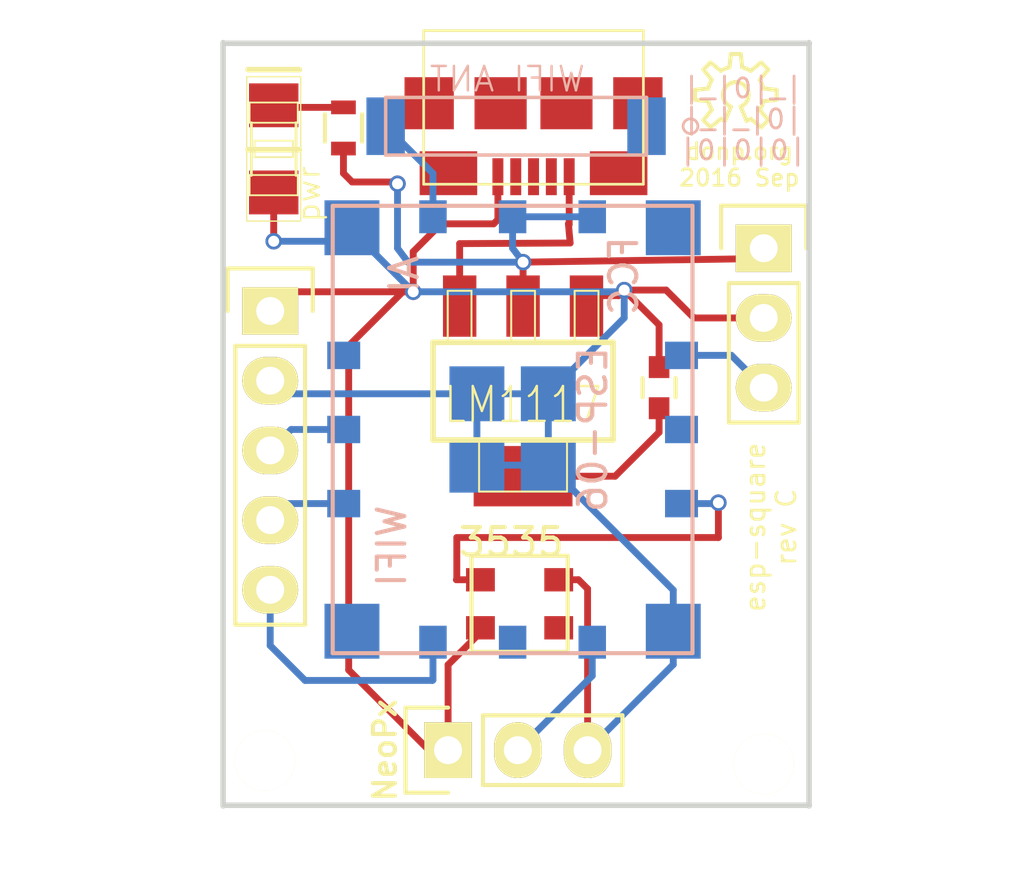
<source format=kicad_pcb>
(kicad_pcb (version 20171130) (host pcbnew 5.0.2-bee76a0~70~ubuntu18.04.1)

  (general
    (thickness 1.6)
    (drawings 7)
    (tracks 99)
    (zones 0)
    (modules 14)
    (nets 1)
  )

  (page A4)
  (layers
    (0 F.Cu signal)
    (31 B.Cu signal)
    (32 B.Adhes user)
    (33 F.Adhes user)
    (34 B.Paste user)
    (35 F.Paste user)
    (36 B.SilkS user)
    (37 F.SilkS user)
    (38 B.Mask user)
    (39 F.Mask user)
    (40 Dwgs.User user)
    (41 Cmts.User user)
    (42 Eco1.User user)
    (43 Eco2.User user)
    (44 Edge.Cuts user)
    (45 Margin user)
    (46 B.CrtYd user)
    (47 F.CrtYd user)
    (48 B.Fab user)
    (49 F.Fab user)
  )

  (setup
    (last_trace_width 0.25)
    (trace_clearance 0.2)
    (zone_clearance 0.508)
    (zone_45_only no)
    (trace_min 0.2)
    (segment_width 0.2)
    (edge_width 0.2)
    (via_size 0.6)
    (via_drill 0.4)
    (via_min_size 0.4)
    (via_min_drill 0.3)
    (uvia_size 0.3)
    (uvia_drill 0.1)
    (uvias_allowed no)
    (uvia_min_size 0.2)
    (uvia_min_drill 0.1)
    (pcb_text_width 0.3)
    (pcb_text_size 1.5 1.5)
    (mod_edge_width 0.15)
    (mod_text_size 1 1)
    (mod_text_width 0.15)
    (pad_size 3.59918 2.19964)
    (pad_drill 0)
    (pad_to_mask_clearance 0.2)
    (solder_mask_min_width 0.25)
    (aux_axis_origin 0 0)
    (visible_elements FFFFFF7F)
    (pcbplotparams
      (layerselection 0x010f0_ffffffff)
      (usegerberextensions true)
      (usegerberattributes false)
      (usegerberadvancedattributes false)
      (creategerberjobfile false)
      (excludeedgelayer true)
      (linewidth 0.100000)
      (plotframeref false)
      (viasonmask false)
      (mode 1)
      (useauxorigin false)
      (hpglpennumber 1)
      (hpglpenspeed 20)
      (hpglpendiameter 15.000000)
      (psnegative false)
      (psa4output false)
      (plotreference true)
      (plotvalue true)
      (plotinvisibletext false)
      (padsonsilk false)
      (subtractmaskfromsilk false)
      (outputformat 1)
      (mirror false)
      (drillshape 0)
      (scaleselection 1)
      (outputdirectory "/home/donp/osh/espsquare"))
  )

  (net 0 "")

  (net_class Default "This is the default net class."
    (clearance 0.2)
    (trace_width 0.25)
    (via_dia 0.6)
    (via_drill 0.4)
    (uvia_dia 0.3)
    (uvia_drill 0.1)
  )

  (module Mounting_Holes:MountingHole_2.2mm_M2 (layer F.Cu) (tedit 57BC20FF) (tstamp 57BE41FB)
    (at 133.477 64.135)
    (descr "Mounting Hole 2.2mm, no annular, M2")
    (tags "mounting hole 2.2mm no annular m2")
    (fp_text reference "" (at 0 -3.2) (layer F.SilkS)
      (effects (font (size 1 1) (thickness 0.15)))
    )
    (fp_text value MountingHole_2.2mm_M2 (at 0 3.2) (layer F.Fab)
      (effects (font (size 1 1) (thickness 0.15)))
    )
    (fp_circle (center 0 0) (end 2.2 0) (layer Cmts.User) (width 0.15))
    (fp_circle (center 0 0) (end 2.45 0) (layer F.CrtYd) (width 0.05))
    (pad 1 np_thru_hole circle (at 0 0) (size 2.2 2.2) (drill 2.2) (layers *.Cu *.Mask F.SilkS))
  )

  (module Pin_Headers:Pin_Header_Straight_1x03 (layer F.Cu) (tedit 57B8E39A) (tstamp 57BC01B3)
    (at 151.638 45.466)
    (descr "Through hole pin header")
    (tags "pin header")
    (fp_text reference "" (at 0 -2.3) (layer F.SilkS)
      (effects (font (size 0.8 0.9) (thickness 0.15)))
    )
    (fp_text value Pin_Header_Straight_1x03 (at 0 -3.1) (layer F.Fab) hide
      (effects (font (size 1 1) (thickness 0.15)))
    )
    (fp_line (start -1.75 -1.75) (end -1.75 6.85) (layer F.CrtYd) (width 0.05))
    (fp_line (start 1.75 -1.75) (end 1.75 6.85) (layer F.CrtYd) (width 0.05))
    (fp_line (start -1.75 -1.75) (end 1.75 -1.75) (layer F.CrtYd) (width 0.05))
    (fp_line (start -1.75 6.85) (end 1.75 6.85) (layer F.CrtYd) (width 0.05))
    (fp_line (start -1.27 1.27) (end -1.27 6.35) (layer F.SilkS) (width 0.15))
    (fp_line (start -1.27 6.35) (end 1.27 6.35) (layer F.SilkS) (width 0.15))
    (fp_line (start 1.27 6.35) (end 1.27 1.27) (layer F.SilkS) (width 0.15))
    (fp_line (start 1.55 -1.55) (end 1.55 0) (layer F.SilkS) (width 0.15))
    (fp_line (start 1.27 1.27) (end -1.27 1.27) (layer F.SilkS) (width 0.15))
    (fp_line (start -1.55 0) (end -1.55 -1.55) (layer F.SilkS) (width 0.15))
    (fp_line (start -1.55 -1.55) (end 1.55 -1.55) (layer F.SilkS) (width 0.15))
    (pad 1 thru_hole rect (at 0 0) (size 2.032 1.7272) (drill 1.016) (layers *.Cu *.Mask F.SilkS))
    (pad 2 thru_hole oval (at 0 2.54) (size 2.032 1.7272) (drill 1.016) (layers *.Cu *.Mask F.SilkS))
    (pad 3 thru_hole oval (at 0 5.08) (size 2.032 1.7272) (drill 1.016) (layers *.Cu *.Mask F.SilkS))
    (model Pin_Headers.3dshapes/Pin_Header_Straight_1x03.wrl
      (offset (xyz 0 -2.539999961853027 0))
      (scale (xyz 1 1 1))
      (rotate (xyz 0 0 90))
    )
    (model Pin_Headers.3dshapes/Pin_Header_Straight_1x03.wrl
      (offset (xyz 0 -2.539999961853027 0))
      (scale (xyz 1 1 1))
      (rotate (xyz 0 0 90))
    )
    (model Pin_Headers.3dshapes/Pin_Header_Straight_1x03.wrl
      (offset (xyz 0 -2.539999961853027 0))
      (scale (xyz 1 1 1))
      (rotate (xyz 0 0 90))
    )
    (model Pin_Headers.3dshapes/Pin_Header_Straight_1x03.wrl
      (offset (xyz 0 -2.539999961853027 0))
      (scale (xyz 1 1 1))
      (rotate (xyz 0 0 90))
    )
  )

  (module aalay:aalay-LED1206 (layer F.Cu) (tedit 57B713D9) (tstamp 56F9A37D)
    (at 133.7945 41.8465 90)
    (attr smd)
    (fp_text reference pwr (at -1.651 1.27 90) (layer F.SilkS)
      (effects (font (size 0.8 0.8) (thickness 0.0889)))
    )
    (fp_text value >VALUE (at 0.508 2.032 90) (layer B.SilkS) hide
      (effects (font (size 1.016 1.016) (thickness 0.0889)) (justify mirror))
    )
    (fp_line (start -1.6891 0.8763) (end -0.9525 0.8763) (layer F.SilkS) (width 0.06604))
    (fp_line (start -0.9525 0.8763) (end -0.9525 -0.8763) (layer F.SilkS) (width 0.06604))
    (fp_line (start -1.6891 -0.8763) (end -0.9525 -0.8763) (layer F.SilkS) (width 0.06604))
    (fp_line (start -1.6891 0.8763) (end -1.6891 -0.8763) (layer F.SilkS) (width 0.06604))
    (fp_line (start 0.9525 0.8763) (end 1.6891 0.8763) (layer F.SilkS) (width 0.06604))
    (fp_line (start 1.6891 0.8763) (end 1.6891 -0.8763) (layer F.SilkS) (width 0.06604))
    (fp_line (start 0.9525 -0.8763) (end 1.6891 -0.8763) (layer F.SilkS) (width 0.06604))
    (fp_line (start 0.9525 0.8763) (end 0.9525 -0.8763) (layer F.SilkS) (width 0.06604))
    (fp_line (start -0.29972 0.6985) (end 0.29972 0.6985) (layer F.SilkS) (width 0.06604))
    (fp_line (start 0.29972 0.6985) (end 0.29972 -0.6985) (layer F.SilkS) (width 0.06604))
    (fp_line (start -0.29972 -0.6985) (end 0.29972 -0.6985) (layer F.SilkS) (width 0.06604))
    (fp_line (start -0.29972 0.6985) (end -0.29972 -0.6985) (layer F.SilkS) (width 0.06604))
    (fp_line (start 0.9525 0.8128) (end -0.9652 0.8128) (layer F.SilkS) (width 0.1016))
    (fp_line (start 0.9525 -0.8128) (end -0.9652 -0.8128) (layer F.SilkS) (width 0.1016))
    (fp_line (start -2.63144 -0.98298) (end 2.63144 -0.98298) (layer F.SilkS) (width 0.0508))
    (fp_line (start 2.63144 -0.98298) (end 2.63144 0.98298) (layer F.SilkS) (width 0.0508))
    (fp_line (start 2.63144 0.98298) (end -2.63144 0.98298) (layer F.SilkS) (width 0.0508))
    (fp_line (start -2.63144 0.98298) (end -2.63144 -0.98298) (layer F.SilkS) (width 0.0508))
    (fp_line (start -0.03048 0.93472) (end -0.03048 -0.93472) (layer F.SilkS) (width 0.2032))
    (fp_line (start 2.88798 0.93472) (end 2.88798 -0.93472) (layer F.SilkS) (width 0.2032))
    (pad A smd rect (at -1.5875 0 90) (size 1.59766 1.80086) (layers F.Cu F.Paste F.Mask))
    (pad K smd rect (at 1.5875 0 90) (size 1.59766 1.80086) (layers F.Cu F.Paste F.Mask))
  )

  (module Pin_Headers:Pin_Header_Straight_1x03 (layer F.Cu) (tedit 57B8E513) (tstamp 56F7230E)
    (at 140.1445 63.754 90)
    (descr "Through hole pin header")
    (tags "pin header")
    (fp_text reference NeoPx (at 0 -2.3 90) (layer F.SilkS)
      (effects (font (size 0.8 0.8) (thickness 0.15)))
    )
    (fp_text value Pin_Header_Straight_1x03 (at 0 -3.1 90) (layer F.Fab) hide
      (effects (font (size 1 1) (thickness 0.15)))
    )
    (fp_line (start -1.75 -1.75) (end -1.75 6.85) (layer F.CrtYd) (width 0.05))
    (fp_line (start 1.75 -1.75) (end 1.75 6.85) (layer F.CrtYd) (width 0.05))
    (fp_line (start -1.75 -1.75) (end 1.75 -1.75) (layer F.CrtYd) (width 0.05))
    (fp_line (start -1.75 6.85) (end 1.75 6.85) (layer F.CrtYd) (width 0.05))
    (fp_line (start -1.27 1.27) (end -1.27 6.35) (layer F.SilkS) (width 0.15))
    (fp_line (start -1.27 6.35) (end 1.27 6.35) (layer F.SilkS) (width 0.15))
    (fp_line (start 1.27 6.35) (end 1.27 1.27) (layer F.SilkS) (width 0.15))
    (fp_line (start 1.55 -1.55) (end 1.55 0) (layer F.SilkS) (width 0.15))
    (fp_line (start 1.27 1.27) (end -1.27 1.27) (layer F.SilkS) (width 0.15))
    (fp_line (start -1.55 0) (end -1.55 -1.55) (layer F.SilkS) (width 0.15))
    (fp_line (start -1.55 -1.55) (end 1.55 -1.55) (layer F.SilkS) (width 0.15))
    (pad 1 thru_hole rect (at 0 0 90) (size 2.032 1.7272) (drill 1.016) (layers *.Cu *.Mask F.SilkS))
    (pad 2 thru_hole oval (at 0 2.54 90) (size 2.032 1.7272) (drill 1.016) (layers *.Cu *.Mask F.SilkS))
    (pad 3 thru_hole oval (at 0 5.08 90) (size 2.032 1.7272) (drill 1.016) (layers *.Cu *.Mask F.SilkS))
    (model Pin_Headers.3dshapes/Pin_Header_Straight_1x03.wrl
      (offset (xyz 0 -2.539999961853027 0))
      (scale (xyz 1 1 1))
      (rotate (xyz 0 0 90))
    )
    (model Pin_Headers.3dshapes/Pin_Header_Straight_1x03.wrl
      (offset (xyz 0 -2.539999961853027 0))
      (scale (xyz 1 1 1))
      (rotate (xyz 0 0 90))
    )
  )

  (module aalay:aalay-SOT223 (layer F.Cu) (tedit 56F70B8E) (tstamp 56F03C8A)
    (at 142.875 50.673 180)
    (descr "SOT223 PACKAGE")
    (tags "SOT223 PACKAGE")
    (attr smd)
    (fp_text reference LM1117 (at 0 -0.5 180) (layer F.SilkS)
      (effects (font (size 1.27 1) (thickness 0.0889)))
    )
    (fp_text value >VALUE (at 1.27 0.6858 180) (layer B.SilkS) hide
      (effects (font (size 1.27 1.27) (thickness 0.0889)) (justify mirror))
    )
    (fp_line (start -1.6002 -1.80086) (end 1.6002 -1.80086) (layer F.SilkS) (width 0.06604))
    (fp_line (start 1.6002 -1.80086) (end 1.6002 -3.6576) (layer F.SilkS) (width 0.06604))
    (fp_line (start -1.6002 -3.6576) (end 1.6002 -3.6576) (layer F.SilkS) (width 0.06604))
    (fp_line (start -1.6002 -1.80086) (end -1.6002 -3.6576) (layer F.SilkS) (width 0.06604))
    (fp_line (start -0.4318 3.6576) (end 0.4318 3.6576) (layer F.SilkS) (width 0.06604))
    (fp_line (start 0.4318 3.6576) (end 0.4318 1.80086) (layer F.SilkS) (width 0.06604))
    (fp_line (start -0.4318 1.80086) (end 0.4318 1.80086) (layer F.SilkS) (width 0.06604))
    (fp_line (start -0.4318 3.6576) (end -0.4318 1.80086) (layer F.SilkS) (width 0.06604))
    (fp_line (start -2.7432 3.6576) (end -1.8796 3.6576) (layer F.SilkS) (width 0.06604))
    (fp_line (start -1.8796 3.6576) (end -1.8796 1.80086) (layer F.SilkS) (width 0.06604))
    (fp_line (start -2.7432 1.80086) (end -1.8796 1.80086) (layer F.SilkS) (width 0.06604))
    (fp_line (start -2.7432 3.6576) (end -2.7432 1.80086) (layer F.SilkS) (width 0.06604))
    (fp_line (start 1.8796 3.6576) (end 2.7432 3.6576) (layer F.SilkS) (width 0.06604))
    (fp_line (start 2.7432 3.6576) (end 2.7432 1.80086) (layer F.SilkS) (width 0.06604))
    (fp_line (start 1.8796 1.80086) (end 2.7432 1.80086) (layer F.SilkS) (width 0.06604))
    (fp_line (start 1.8796 3.6576) (end 1.8796 1.80086) (layer F.SilkS) (width 0.06604))
    (fp_line (start -1.6002 -1.80086) (end 1.6002 -1.80086) (layer F.SilkS) (width 0.06604))
    (fp_line (start 1.6002 -1.80086) (end 1.6002 -3.6576) (layer F.SilkS) (width 0.06604))
    (fp_line (start -1.6002 -3.6576) (end 1.6002 -3.6576) (layer F.SilkS) (width 0.06604))
    (fp_line (start -1.6002 -1.80086) (end -1.6002 -3.6576) (layer F.SilkS) (width 0.06604))
    (fp_line (start -0.4318 3.6576) (end 0.4318 3.6576) (layer F.SilkS) (width 0.06604))
    (fp_line (start 0.4318 3.6576) (end 0.4318 1.80086) (layer F.SilkS) (width 0.06604))
    (fp_line (start -0.4318 1.80086) (end 0.4318 1.80086) (layer F.SilkS) (width 0.06604))
    (fp_line (start -0.4318 3.6576) (end -0.4318 1.80086) (layer F.SilkS) (width 0.06604))
    (fp_line (start -2.7432 3.6576) (end -1.8796 3.6576) (layer F.SilkS) (width 0.06604))
    (fp_line (start -1.8796 3.6576) (end -1.8796 1.80086) (layer F.SilkS) (width 0.06604))
    (fp_line (start -2.7432 1.80086) (end -1.8796 1.80086) (layer F.SilkS) (width 0.06604))
    (fp_line (start -2.7432 3.6576) (end -2.7432 1.80086) (layer F.SilkS) (width 0.06604))
    (fp_line (start 1.8796 3.6576) (end 2.7432 3.6576) (layer F.SilkS) (width 0.06604))
    (fp_line (start 2.7432 3.6576) (end 2.7432 1.80086) (layer F.SilkS) (width 0.06604))
    (fp_line (start 1.8796 1.80086) (end 2.7432 1.80086) (layer F.SilkS) (width 0.06604))
    (fp_line (start 1.8796 3.6576) (end 1.8796 1.80086) (layer F.SilkS) (width 0.06604))
    (fp_line (start 3.2766 -1.778) (end 3.2766 1.778) (layer F.SilkS) (width 0.2032))
    (fp_line (start 3.2766 1.778) (end -3.2766 1.778) (layer F.SilkS) (width 0.2032))
    (fp_line (start -3.2766 1.778) (end -3.2766 -1.778) (layer F.SilkS) (width 0.2032))
    (fp_line (start -3.2766 -1.778) (end 3.2766 -1.778) (layer F.SilkS) (width 0.2032))
    (pad GND smd rect (at -2.30886 3.0988 180) (size 1.21666 2.23266) (layers F.Cu F.Paste F.Mask))
    (pad OUT smd rect (at 0 3.0988 180) (size 1.21666 2.23266) (layers F.Cu F.Paste F.Mask))
    (pad IN smd rect (at 2.30886 3.0988 180) (size 1.21666 2.23266) (layers F.Cu F.Paste F.Mask))
    (pad OUT smd rect (at 0 -3.0988 180) (size 3.59918 2.19964) (layers F.Cu F.Paste F.Mask))
  )

  (module OPL-Antenna:OPL-Antenna-ANT2-SMD-9.5X2.1X1.0MM (layer B.Cu) (tedit 577AC5CE) (tstamp 56EF2E24)
    (at 142.621 41.021 180)
    (attr smd)
    (fp_text reference "WIFI ANT" (at 0.3175 1.7145 180) (layer B.SilkS)
      (effects (font (size 0.889 0.889) (thickness 0.0889)) (justify mirror))
    )
    (fp_text value >VALUE (at 0.762 -2.0955 180) (layer F.SilkS) hide
      (effects (font (size 0.889 0.889) (thickness 0.0889)))
    )
    (fp_line (start -4.7498 -1.04902) (end 4.7498 -1.04902) (layer B.SilkS) (width 0.06604))
    (fp_line (start 4.7498 -1.04902) (end 4.7498 1.04902) (layer B.SilkS) (width 0.06604))
    (fp_line (start -4.7498 1.04902) (end 4.7498 1.04902) (layer B.SilkS) (width 0.06604))
    (fp_line (start -4.7498 -1.04902) (end -4.7498 1.04902) (layer B.SilkS) (width 0.06604))
    (fp_line (start -4.7498 1.04902) (end 4.7498 1.04902) (layer B.SilkS) (width 0.127))
    (fp_line (start 4.7498 1.04902) (end 4.7498 -1.04902) (layer B.SilkS) (width 0.127))
    (fp_line (start 4.7498 -1.04902) (end -4.7498 -1.04902) (layer B.SilkS) (width 0.127))
    (fp_line (start -4.7498 -1.04902) (end -4.7498 1.04902) (layer B.SilkS) (width 0.127))
    (fp_circle (center -6.35 0) (end -6.5405 -0.1905) (layer B.SilkS) (width 0.1))
    (pad 1 smd rect (at -4.7498 0 180) (size 1.39954 2.09804) (layers B.Cu B.Paste B.Mask))
    (pad 2 smd rect (at 4.7498 0 180) (size 1.39954 2.09804) (layers B.Cu B.Paste B.Mask))
  )

  (module Resistors_SMD:R_0603 (layer F.Cu) (tedit 57B8D37B) (tstamp 577AC355)
    (at 136.3345 41.0845 90)
    (descr "Resistor SMD 0603, reflow soldering, Vishay (see dcrcw.pdf)")
    (tags "resistor 0603")
    (attr smd)
    (fp_text reference "" (at 0 -1.9 90) (layer F.SilkS)
      (effects (font (size 1 1) (thickness 0.15)))
    )
    (fp_text value R_0603 (at 0 1.9 90) (layer F.Fab)
      (effects (font (size 0.5 0.5) (thickness 0.125)))
    )
    (fp_line (start -1.3 -0.8) (end 1.3 -0.8) (layer F.CrtYd) (width 0.05))
    (fp_line (start -1.3 0.8) (end 1.3 0.8) (layer F.CrtYd) (width 0.05))
    (fp_line (start -1.3 -0.8) (end -1.3 0.8) (layer F.CrtYd) (width 0.05))
    (fp_line (start 1.3 -0.8) (end 1.3 0.8) (layer F.CrtYd) (width 0.05))
    (fp_line (start 0.5 0.675) (end -0.5 0.675) (layer F.SilkS) (width 0.15))
    (fp_line (start -0.5 -0.675) (end 0.5 -0.675) (layer F.SilkS) (width 0.15))
    (pad 1 smd rect (at -0.75 0 90) (size 0.5 0.9) (layers F.Cu F.Paste F.Mask))
    (pad 2 smd rect (at 0.75 0 90) (size 0.5 0.9) (layers F.Cu F.Paste F.Mask))
    (model Resistors_SMD.3dshapes/R_0603.wrl
      (at (xyz 0 0 0))
      (scale (xyz 1 1 1))
      (rotate (xyz 0 0 0))
    )
    (model Resistors_SMD.3dshapes/R_0603.wrl
      (at (xyz 0 0 0))
      (scale (xyz 1 1 1))
      (rotate (xyz 0 0 0))
    )
    (model Resistors_SMD.3dshapes/R_0603.wrl
      (at (xyz 0 0 0))
      (scale (xyz 1 1 1))
      (rotate (xyz 0 0 0))
    )
    (model Resistors_SMD.3dshapes/R_0603.wrl
      (at (xyz 0 0 0))
      (scale (xyz 1 1 1))
      (rotate (xyz 0 0 0))
    )
  )

  (module Capacitors_SMD:C_0603 (layer F.Cu) (tedit 57B556AC) (tstamp 57B66417)
    (at 147.828 50.546 90)
    (descr "Capacitor SMD 0603, reflow soldering, AVX (see smccp.pdf)")
    (tags "capacitor 0603")
    (attr smd)
    (fp_text reference "" (at 0 -1.9 90) (layer F.SilkS)
      (effects (font (size 1 1) (thickness 0.15)))
    )
    (fp_text value C_0603 (at 0 1.9 90) (layer F.Fab)
      (effects (font (size 1 1) (thickness 0.15)))
    )
    (fp_line (start -1.45 -0.75) (end 1.45 -0.75) (layer F.CrtYd) (width 0.05))
    (fp_line (start -1.45 0.75) (end 1.45 0.75) (layer F.CrtYd) (width 0.05))
    (fp_line (start -1.45 -0.75) (end -1.45 0.75) (layer F.CrtYd) (width 0.05))
    (fp_line (start 1.45 -0.75) (end 1.45 0.75) (layer F.CrtYd) (width 0.05))
    (fp_line (start -0.35 -0.6) (end 0.35 -0.6) (layer F.SilkS) (width 0.15))
    (fp_line (start 0.35 0.6) (end -0.35 0.6) (layer F.SilkS) (width 0.15))
    (pad 1 smd rect (at -0.75 0 90) (size 0.8 0.75) (layers F.Cu F.Paste F.Mask))
    (pad 2 smd rect (at 0.75 0 90) (size 0.8 0.75) (layers F.Cu F.Paste F.Mask))
    (model Capacitors_SMD.3dshapes/C_0603.wrl
      (at (xyz 0 0 0))
      (scale (xyz 1 1 1))
      (rotate (xyz 0 0 0))
    )
    (model Capacitors_SMD.3dshapes/C_0603.wrl
      (at (xyz 0 0 0))
      (scale (xyz 1 1 1))
      (rotate (xyz 0 0 0))
    )
  )

  (module aalay:aalay-OSHW_LOGO_S (layer F.Cu) (tedit 200000) (tstamp 57B820CA)
    (at 150.622 39.878)
    (attr virtual)
    (fp_text reference "" (at 0 0) (layer F.SilkS)
      (effects (font (size 1.524 1.524) (thickness 0.15)))
    )
    (fp_text value "" (at 0 0) (layer F.SilkS)
      (effects (font (size 1.524 1.524) (thickness 0.15)))
    )
    (fp_line (start 0.3937 0.9525) (end 0.5461 0.87376) (layer F.SilkS) (width 0.14986))
    (fp_line (start 0.5461 0.87376) (end 0.92202 1.1811) (layer F.SilkS) (width 0.14986))
    (fp_line (start 0.92202 1.1811) (end 1.1811 0.92202) (layer F.SilkS) (width 0.14986))
    (fp_line (start 1.1811 0.92202) (end 0.87376 0.5461) (layer F.SilkS) (width 0.14986))
    (fp_line (start 0.87376 0.5461) (end 0.9525 0.3937) (layer F.SilkS) (width 0.14986))
    (fp_line (start 0.9525 0.3937) (end 1.0033 0.23114) (layer F.SilkS) (width 0.14986))
    (fp_line (start 1.0033 0.23114) (end 1.48844 0.18034) (layer F.SilkS) (width 0.14986))
    (fp_line (start 1.48844 0.18034) (end 1.48844 -0.18034) (layer F.SilkS) (width 0.14986))
    (fp_line (start 1.48844 -0.18034) (end 1.0033 -0.23114) (layer F.SilkS) (width 0.14986))
    (fp_line (start 1.0033 -0.23114) (end 0.9525 -0.3937) (layer F.SilkS) (width 0.14986))
    (fp_line (start 0.9525 -0.3937) (end 0.87376 -0.5461) (layer F.SilkS) (width 0.14986))
    (fp_line (start 0.87376 -0.5461) (end 1.1811 -0.92202) (layer F.SilkS) (width 0.14986))
    (fp_line (start 1.1811 -0.92202) (end 0.92202 -1.1811) (layer F.SilkS) (width 0.14986))
    (fp_line (start 0.92202 -1.1811) (end 0.5461 -0.87376) (layer F.SilkS) (width 0.14986))
    (fp_line (start 0.5461 -0.87376) (end 0.3937 -0.9525) (layer F.SilkS) (width 0.14986))
    (fp_line (start 0.3937 -0.9525) (end 0.23114 -1.0033) (layer F.SilkS) (width 0.14986))
    (fp_line (start 0.23114 -1.0033) (end 0.18034 -1.48844) (layer F.SilkS) (width 0.14986))
    (fp_line (start 0.18034 -1.48844) (end -0.18034 -1.48844) (layer F.SilkS) (width 0.14986))
    (fp_line (start -0.18034 -1.48844) (end -0.23114 -1.0033) (layer F.SilkS) (width 0.14986))
    (fp_line (start -0.23114 -1.0033) (end -0.3937 -0.9525) (layer F.SilkS) (width 0.14986))
    (fp_line (start -0.3937 -0.9525) (end -0.5461 -0.87376) (layer F.SilkS) (width 0.14986))
    (fp_line (start -0.5461 -0.87376) (end -0.92202 -1.1811) (layer F.SilkS) (width 0.14986))
    (fp_line (start -0.92202 -1.1811) (end -1.1811 -0.92202) (layer F.SilkS) (width 0.14986))
    (fp_line (start -1.1811 -0.92202) (end -0.87376 -0.5461) (layer F.SilkS) (width 0.14986))
    (fp_line (start -0.87376 -0.5461) (end -0.9525 -0.3937) (layer F.SilkS) (width 0.14986))
    (fp_line (start -0.9525 -0.3937) (end -1.0033 -0.23114) (layer F.SilkS) (width 0.14986))
    (fp_line (start -1.0033 -0.23114) (end -1.48844 -0.18034) (layer F.SilkS) (width 0.14986))
    (fp_line (start -1.48844 -0.18034) (end -1.48844 0.18034) (layer F.SilkS) (width 0.14986))
    (fp_line (start -1.48844 0.18034) (end -1.0033 0.23114) (layer F.SilkS) (width 0.14986))
    (fp_line (start -1.0033 0.23114) (end -0.9525 0.3937) (layer F.SilkS) (width 0.14986))
    (fp_line (start -0.9525 0.3937) (end -0.87376 0.5461) (layer F.SilkS) (width 0.14986))
    (fp_line (start -0.87376 0.5461) (end -1.1811 0.92202) (layer F.SilkS) (width 0.14986))
    (fp_line (start -1.1811 0.92202) (end -0.92202 1.1811) (layer F.SilkS) (width 0.14986))
    (fp_line (start -0.92202 1.1811) (end -0.5461 0.87376) (layer F.SilkS) (width 0.14986))
    (fp_line (start -0.5461 0.87376) (end -0.3937 0.9525) (layer F.SilkS) (width 0.14986))
    (fp_line (start -0.3937 0.9525) (end -0.1778 0.4318) (layer F.SilkS) (width 0.14986))
    (fp_line (start -0.1778 0.4318) (end -0.27432 0.37846) (layer F.SilkS) (width 0.14986))
    (fp_line (start -0.27432 0.37846) (end -0.3556 0.30226) (layer F.SilkS) (width 0.14986))
    (fp_line (start -0.3556 0.30226) (end -0.41656 0.21082) (layer F.SilkS) (width 0.14986))
    (fp_line (start -0.41656 0.21082) (end -0.45466 0.10922) (layer F.SilkS) (width 0.14986))
    (fp_line (start -0.45466 0.10922) (end -0.46736 0) (layer F.SilkS) (width 0.14986))
    (fp_line (start -0.46736 0) (end -0.45466 -0.10922) (layer F.SilkS) (width 0.14986))
    (fp_line (start -0.45466 -0.10922) (end -0.41402 -0.2159) (layer F.SilkS) (width 0.14986))
    (fp_line (start -0.41402 -0.2159) (end -0.35052 -0.30734) (layer F.SilkS) (width 0.14986))
    (fp_line (start -0.35052 -0.30734) (end -0.2667 -0.38354) (layer F.SilkS) (width 0.14986))
    (fp_line (start -0.2667 -0.38354) (end -0.16764 -0.43434) (layer F.SilkS) (width 0.14986))
    (fp_line (start -0.16764 -0.43434) (end -0.06096 -0.46228) (layer F.SilkS) (width 0.14986))
    (fp_line (start -0.06096 -0.46228) (end 0.0508 -0.46482) (layer F.SilkS) (width 0.14986))
    (fp_line (start 0.0508 -0.46482) (end 0.16002 -0.43942) (layer F.SilkS) (width 0.14986))
    (fp_line (start 0.16002 -0.43942) (end 0.25908 -0.38862) (layer F.SilkS) (width 0.14986))
    (fp_line (start 0.25908 -0.38862) (end 0.34544 -0.31496) (layer F.SilkS) (width 0.14986))
    (fp_line (start 0.34544 -0.31496) (end 0.40894 -0.22352) (layer F.SilkS) (width 0.14986))
    (fp_line (start 0.40894 -0.22352) (end 0.45212 -0.11938) (layer F.SilkS) (width 0.14986))
    (fp_line (start 0.45212 -0.11938) (end 0.46736 -0.01016) (layer F.SilkS) (width 0.14986))
    (fp_line (start 0.46736 -0.01016) (end 0.4572 0.09906) (layer F.SilkS) (width 0.14986))
    (fp_line (start 0.4572 0.09906) (end 0.4191 0.20574) (layer F.SilkS) (width 0.14986))
    (fp_line (start 0.4191 0.20574) (end 0.35814 0.29972) (layer F.SilkS) (width 0.14986))
    (fp_line (start 0.35814 0.29972) (end 0.27686 0.37592) (layer F.SilkS) (width 0.14986))
    (fp_line (start 0.27686 0.37592) (end 0.1778 0.4318) (layer F.SilkS) (width 0.14986))
    (fp_line (start 0.1778 0.4318) (end 0.3937 0.9525) (layer F.SilkS) (width 0.14986))
  )

  (module ESP8266:ESP-06 (layer B.Cu) (tedit 57B8CC68) (tstamp 56EF2894)
    (at 142.494 52.07 270)
    (fp_text reference ESP-06 (at 0 -2.921 270) (layer B.SilkS)
      (effects (font (size 1 1) (thickness 0.15)) (justify mirror))
    )
    (fp_text value ESP-06 (at 0 0.5 270) (layer F.Fab)
      (effects (font (size 1 1) (thickness 0.15)))
    )
    (fp_text user AI (at -5.65 3.95 270) (layer B.SilkS)
      (effects (font (size 1 1) (thickness 0.15)) (justify mirror))
    )
    (fp_text user WIFI (at 4.25 4.4 270) (layer B.SilkS)
      (effects (font (size 1 1) (thickness 0.15)) (justify mirror))
    )
    (fp_text user FCC (at -5.6 -4.05 270) (layer B.SilkS)
      (effects (font (size 1 1) (thickness 0.15)) (justify mirror))
    )
    (fp_line (start -8.15 -6.55) (end 8.15 -6.55) (layer B.SilkS) (width 0.15))
    (fp_line (start 8.15 -6.55) (end 8.15 6.55) (layer B.SilkS) (width 0.15))
    (fp_line (start 8.15 6.55) (end -8.15 6.55) (layer B.SilkS) (width 0.15))
    (fp_line (start -8.15 6.55) (end -8.15 -6.55) (layer B.SilkS) (width 0.15))
    (pad GND smd rect (at -7.35 5.85 270) (size 2 2) (layers B.Cu B.Paste B.Mask))
    (pad GP5 smd rect (at 7.35 5.85 270) (size 2 2) (layers B.Cu B.Paste B.Mask))
    (pad GP16 smd rect (at -7.35 -5.85 270) (size 2 2) (layers B.Cu B.Paste B.Mask))
    (pad GP15 smd rect (at 7.35 -5.85 270) (size 2 2) (layers B.Cu B.Paste B.Mask))
    (pad GP14 smd rect (at -2.7 -6.15 270) (size 1 1.2) (layers B.Cu B.Paste B.Mask))
    (pad GP12 smd rect (at 0 -6.15 270) (size 1 1.2) (layers B.Cu B.Paste B.Mask))
    (pad GP13 smd rect (at 2.7 -6.15 270) (size 1 1.2) (layers B.Cu B.Paste B.Mask))
    (pad TX smd rect (at 0 6.15 270) (size 1 1.2) (layers B.Cu B.Paste B.Mask))
    (pad RST smd rect (at -2.7 6.15 270) (size 1 1.2) (layers B.Cu B.Paste B.Mask))
    (pad RX smd rect (at 2.7 6.15 270) (size 1 1.2) (layers B.Cu B.Paste B.Mask))
    (pad 3.3 smd rect (at -7.75 0 270) (size 1.2 1) (layers B.Cu B.Paste B.Mask))
    (pad CHPD smd rect (at -7.75 -2.9 270) (size 1.2 1) (layers B.Cu B.Paste B.Mask))
    (pad ANT smd rect (at -7.75 2.9 270) (size 1.2 1) (layers B.Cu B.Paste B.Mask))
    (pad GP2 smd rect (at 7.75 0 270) (size 1.2 1) (layers B.Cu B.Paste B.Mask))
    (pad GP0 smd rect (at 7.75 2.9 270) (size 1.2 1) (layers B.Cu B.Paste B.Mask))
    (pad GP4 smd rect (at 7.75 -2.9 270) (size 1.2 1) (layers B.Cu B.Paste B.Mask))
    (pad GND smd rect (at -1.3 1.3 270) (size 2 2) (layers B.Cu B.Paste B.Mask))
    (pad GND smd rect (at 1.3 1.3 270) (size 2 2) (layers B.Cu B.Paste B.Mask))
    (pad GND smd rect (at -1.3 -1.3 270) (size 2 2) (layers B.Cu B.Paste B.Mask))
    (pad GND smd rect (at 1.3 -1.3 270) (size 2 2) (layers B.Cu B.Paste B.Mask))
  )

  (module open-project:MICRO-B_USB (layer F.Cu) (tedit 57B8E0DF) (tstamp 57BAEA7E)
    (at 143.256 38.735 180)
    (fp_text reference "" (at 0 -5.842 180) (layer F.SilkS)
      (effects (font (size 0.762 0.762) (thickness 0.127)))
    )
    (fp_text value "" (at -0.05 2.09 180) (layer F.SilkS)
      (effects (font (size 0.762 0.762) (thickness 0.127)))
    )
    (fp_line (start -4.0005 1.00076) (end -4.0005 1.19888) (layer F.SilkS) (width 0.09906))
    (fp_line (start 4.0005 1.00076) (end 4.0005 1.19888) (layer F.SilkS) (width 0.09906))
    (fp_line (start -4.0005 -4.39928) (end 4.0005 -4.39928) (layer F.SilkS) (width 0.09906))
    (fp_line (start 4.0005 -4.39928) (end 4.0005 1.00076) (layer F.SilkS) (width 0.09906))
    (fp_line (start 4.0005 1.19888) (end -4.0005 1.19888) (layer F.SilkS) (width 0.09906))
    (fp_line (start -4.0005 1.00076) (end -4.0005 -4.39928) (layer F.SilkS) (width 0.09906))
    (pad "" smd rect (at -1.19888 -1.4478 180) (size 1.89738 1.89738) (layers F.Cu F.Paste F.Mask))
    (pad "" smd rect (at 1.19888 -1.4478 180) (size 1.89992 1.89738) (layers F.Cu F.Paste F.Mask))
    (pad "" smd rect (at 3.79984 -1.4478 180) (size 1.79578 1.89738) (layers F.Cu F.Paste F.Mask))
    (pad "" smd rect (at -3.0988 -3.99796 180) (size 2.0955 1.59766) (layers F.Cu F.Paste F.Mask))
    (pad 1 smd rect (at -1.29794 -4.12496 180) (size 0.39878 1.3462) (layers F.Cu F.Paste F.Mask)
      (clearance 0.2032))
    (pad 2 smd rect (at -0.6477 -4.12496 180) (size 0.39878 1.3462) (layers F.Cu F.Paste F.Mask)
      (clearance 0.2032))
    (pad 3 smd rect (at 0 -4.12496 180) (size 0.39878 1.3462) (layers F.Cu F.Paste F.Mask)
      (clearance 0.2032))
    (pad 4 smd rect (at 0.6477 -4.12496 180) (size 0.39878 1.3462) (layers F.Cu F.Paste F.Mask)
      (clearance 0.2032))
    (pad 5 smd rect (at 1.29794 -4.12496 180) (size 0.39878 1.3462) (layers F.Cu F.Paste F.Mask)
      (clearance 0.2032))
    (pad "" smd rect (at 3.0988 -3.99796 180) (size 2.0955 1.59766) (layers F.Cu F.Paste F.Mask))
    (pad "" smd rect (at -3.79984 -1.4478 180) (size 1.79578 1.89738) (layers F.Cu F.Paste F.Mask))
  )

  (module Pin_Headers:Pin_Header_Straight_1x05 (layer F.Cu) (tedit 57B8E008) (tstamp 57BBFF38)
    (at 133.6675 47.752)
    (descr "Through hole pin header")
    (tags "pin header")
    (fp_text reference "" (at 0 -5.1) (layer F.SilkS)
      (effects (font (size 1 1) (thickness 0.15)))
    )
    (fp_text value Pin_Header_Straight_1x05 (at 0 -3.1) (layer F.Fab)
      (effects (font (size 1 1) (thickness 0.15)))
    )
    (fp_line (start -1.55 0) (end -1.55 -1.55) (layer F.SilkS) (width 0.15))
    (fp_line (start -1.55 -1.55) (end 1.55 -1.55) (layer F.SilkS) (width 0.15))
    (fp_line (start 1.55 -1.55) (end 1.55 0) (layer F.SilkS) (width 0.15))
    (fp_line (start -1.75 -1.75) (end -1.75 11.95) (layer F.CrtYd) (width 0.05))
    (fp_line (start 1.75 -1.75) (end 1.75 11.95) (layer F.CrtYd) (width 0.05))
    (fp_line (start -1.75 -1.75) (end 1.75 -1.75) (layer F.CrtYd) (width 0.05))
    (fp_line (start -1.75 11.95) (end 1.75 11.95) (layer F.CrtYd) (width 0.05))
    (fp_line (start 1.27 1.27) (end 1.27 11.43) (layer F.SilkS) (width 0.15))
    (fp_line (start 1.27 11.43) (end -1.27 11.43) (layer F.SilkS) (width 0.15))
    (fp_line (start -1.27 11.43) (end -1.27 1.27) (layer F.SilkS) (width 0.15))
    (fp_line (start 1.27 1.27) (end -1.27 1.27) (layer F.SilkS) (width 0.15))
    (pad 1 thru_hole rect (at 0 0) (size 2.032 1.7272) (drill 1.016) (layers *.Cu *.Mask F.SilkS))
    (pad 2 thru_hole oval (at 0 2.54) (size 2.032 1.7272) (drill 1.016) (layers *.Cu *.Mask F.SilkS))
    (pad 3 thru_hole oval (at 0 5.08) (size 2.032 1.7272) (drill 1.016) (layers *.Cu *.Mask F.SilkS))
    (pad 4 thru_hole oval (at 0 7.62) (size 2.032 1.7272) (drill 1.016) (layers *.Cu *.Mask F.SilkS))
    (pad 5 thru_hole oval (at 0 10.16) (size 2.032 1.7272) (drill 1.016) (layers *.Cu *.Mask F.SilkS))
    (model Pin_Headers.3dshapes/Pin_Header_Straight_1x05.wrl
      (offset (xyz 0 -5.079999923706055 0))
      (scale (xyz 1 1 1))
      (rotate (xyz 0 0 90))
    )
    (model Pin_Headers.3dshapes/Pin_Header_Straight_1x05.wrl
      (offset (xyz 0 -5.079999923706055 0))
      (scale (xyz 1 1 1))
      (rotate (xyz 0 0 90))
    )
    (model Pin_Headers.3dshapes/Pin_Header_Straight_1x05.wrl
      (offset (xyz 0 -5.079999923706055 0))
      (scale (xyz 1 1 1))
      (rotate (xyz 0 0 90))
    )
    (model Pin_Headers.3dshapes/Pin_Header_Straight_1x05.wrl
      (offset (xyz 0 -5.079999923706055 0))
      (scale (xyz 1 1 1))
      (rotate (xyz 0 0 90))
    )
  )

  (module ws2812:3535 (layer F.Cu) (tedit 57B9E32A) (tstamp 57BA36BB)
    (at 142.748 58.42 180)
    (fp_text reference 3535 (at 0.3 2.25 180) (layer F.SilkS)
      (effects (font (size 1 1) (thickness 0.15)))
    )
    (fp_text value 3535 (at 0.05 -2.2 180) (layer F.Fab)
      (effects (font (size 1 1) (thickness 0.15)))
    )
    (fp_line (start 1.75 1.75) (end -1.75 1.75) (layer F.SilkS) (width 0.15))
    (fp_line (start -1.75 1.75) (end -1.75 -1.75) (layer F.SilkS) (width 0.15))
    (fp_line (start 1.75 -1.75) (end 1.75 1.75) (layer F.SilkS) (width 0.15))
    (fp_line (start -1.75 -1.75) (end 1.7 -1.75) (layer F.SilkS) (width 0.15))
    (pad IN smd rect (at 1.325 0.875 180) (size 1.05 0.85) (drill (offset 0.1 0)) (layers F.Cu F.Paste F.Mask))
    (pad VDD smd rect (at 1.325 -0.875 180) (size 1.05 0.85) (drill (offset 0.1 0)) (layers F.Cu F.Paste F.Mask))
    (pad VSS smd rect (at -1.325 0.875 180) (size 1.05 0.85) (drill (offset -0.1 0)) (layers F.Cu F.Paste F.Mask))
    (pad OUT smd rect (at -1.325 -0.875 180) (size 1.05 0.85) (drill (offset -0.1 0)) (layers F.Cu F.Paste F.Mask))
  )

  (module Mounting_Holes:MountingHole_2.2mm_M2 (layer F.Cu) (tedit 57BC20F9) (tstamp 57BE41E9)
    (at 151.638 64.262)
    (descr "Mounting Hole 2.2mm, no annular, M2")
    (tags "mounting hole 2.2mm no annular m2")
    (fp_text reference "" (at 0 -3.2) (layer F.SilkS)
      (effects (font (size 1 1) (thickness 0.15)))
    )
    (fp_text value MountingHole_2.2mm_M2 (at 0 3.2) (layer F.Fab)
      (effects (font (size 1 1) (thickness 0.15)))
    )
    (fp_circle (center 0 0) (end 2.2 0) (layer Cmts.User) (width 0.15))
    (fp_circle (center 0 0) (end 2.45 0) (layer F.CrtYd) (width 0.05))
    (pad 1 np_thru_hole circle (at 0 0) (size 2.2 2.2) (drill 2.2) (layers *.Cu *.Mask F.SilkS))
  )

  (gr_text "|_|0|_|\n|_|_|0|\n|0|0|0|" (at 150.876 40.767) (layer B.SilkS)
    (effects (font (size 0.7 0.7) (thickness 0.1)))
  )
  (gr_text "esp-square\nrev C" (at 151.892 55.626 90) (layer F.SilkS)
    (effects (font (size 0.7 0.7) (thickness 0.1)))
  )
  (gr_line (start 153.289 65.786) (end 153.289 37.973) (angle 90) (layer Edge.Cuts) (width 0.2) (tstamp 57BAEB47))
  (gr_line (start 131.953 65.786) (end 131.953 37.973) (angle 90) (layer Edge.Cuts) (width 0.2))
  (gr_line (start 132 65.76) (end 153.3 65.76) (angle 90) (layer Edge.Cuts) (width 0.2))
  (gr_line (start 153.3 38) (end 132 38) (angle 90) (layer Edge.Cuts) (width 0.2))
  (gr_text "donp.org\n2016 Sep" (at 150.749 42.418) (layer F.SilkS)
    (effects (font (size 0.6 0.6) (thickness 0.1)))
  )

  (segment (start 141.423 57.545) (end 140.448 57.545) (width 0.25) (layer F.Cu) (net 0))
  (segment (start 149.954 54.77) (end 148.644 54.77) (width 0.25) (layer B.Cu) (net 0) (tstamp 57BA378F))
  (segment (start 149.987 54.737) (end 149.954 54.77) (width 0.25) (layer B.Cu) (net 0) (tstamp 57BA378E))
  (via (at 149.987 54.737) (size 0.6) (drill 0.4) (layers F.Cu B.Cu) (net 0))
  (segment (start 149.987 56.007) (end 149.987 54.737) (width 0.25) (layer F.Cu) (net 0) (tstamp 57BA378B))
  (segment (start 140.462 56.007) (end 149.987 56.007) (width 0.25) (layer F.Cu) (net 0) (tstamp 57BA378A))
  (segment (start 140.462 57.531) (end 140.462 56.007) (width 0.25) (layer F.Cu) (net 0) (tstamp 57BA3789))
  (segment (start 140.448 57.545) (end 140.462 57.531) (width 0.25) (layer F.Cu) (net 0) (tstamp 57BA3788))
  (segment (start 144.073 57.545) (end 144.893 57.545) (width 0.25) (layer F.Cu) (net 0))
  (segment (start 145.2245 57.8765) (end 145.2245 63.754) (width 0.25) (layer F.Cu) (net 0) (tstamp 57BA3784))
  (segment (start 144.893 57.545) (end 145.2245 57.8765) (width 0.25) (layer F.Cu) (net 0) (tstamp 57BA3783))
  (segment (start 144.073 59.295) (end 144.073 59.508) (width 0.25) (layer F.Cu) (net 0))
  (segment (start 141.423 59.295) (end 141.423 59.364) (width 0.25) (layer F.Cu) (net 0))
  (segment (start 141.423 59.364) (end 140.1445 60.6425) (width 0.25) (layer F.Cu) (net 0) (tstamp 57BA3779))
  (segment (start 140.1445 60.6425) (end 140.1445 63.754) (width 0.25) (layer F.Cu) (net 0) (tstamp 57BA377A))
  (segment (start 138.8745 47.0535) (end 138.4935 47.0535) (width 0.25) (layer F.Cu) (net 0))
  (segment (start 136.525 60.833) (end 139.446 63.754) (width 0.25) (layer F.Cu) (net 0) (tstamp 57BB3B82))
  (segment (start 136.525 49.022) (end 136.525 60.833) (width 0.25) (layer F.Cu) (net 0) (tstamp 57BB3B80))
  (segment (start 138.4935 47.0535) (end 136.525 49.022) (width 0.25) (layer F.Cu) (net 0) (tstamp 57BB3B7F))
  (segment (start 139.446 63.754) (end 140.1445 63.754) (width 0.25) (layer F.Cu) (net 0) (tstamp 57BB3B83))
  (segment (start 140.56614 47.5742) (end 140.56614 48.15586) (width 0.25) (layer F.Cu) (net 0))
  (segment (start 140.56614 48.15586) (end 140.1445 48.5775) (width 0.25) (layer F.Cu) (net 0) (tstamp 57BC02C0))
  (segment (start 145.394 59.82) (end 145.394 61.0445) (width 0.25) (layer B.Cu) (net 0))
  (segment (start 145.394 61.0445) (end 142.6845 63.754) (width 0.25) (layer B.Cu) (net 0) (tstamp 57BC02BC))
  (segment (start 148.344 59.42) (end 148.344 60.6345) (width 0.25) (layer B.Cu) (net 0))
  (segment (start 148.344 60.6345) (end 145.2245 63.754) (width 0.25) (layer B.Cu) (net 0) (tstamp 57BC02B8))
  (segment (start 148.644 49.37) (end 150.462 49.37) (width 0.25) (layer B.Cu) (net 0))
  (segment (start 150.462 49.37) (end 151.638 50.546) (width 0.25) (layer B.Cu) (net 0) (tstamp 57BC0285))
  (segment (start 142.875 45.974) (end 151.257 45.847) (width 0.25) (layer F.Cu) (net 0))
  (segment (start 151.257 45.847) (end 151.638 45.466) (width 0.25) (layer F.Cu) (net 0) (tstamp 57BC0282))
  (segment (start 146.558 46.99) (end 148.082 46.99) (width 0.25) (layer F.Cu) (net 0))
  (segment (start 149.098 48.006) (end 151.638 48.006) (width 0.25) (layer F.Cu) (net 0) (tstamp 57BC027E))
  (segment (start 148.082 46.99) (end 149.098 48.006) (width 0.25) (layer F.Cu) (net 0) (tstamp 57BC027D))
  (segment (start 147.828 49.796) (end 147.828 48.26) (width 0.25) (layer F.Cu) (net 0))
  (segment (start 147.828 48.26) (end 146.558 46.99) (width 0.25) (layer F.Cu) (net 0) (tstamp 57BC01AD))
  (segment (start 142.875 53.7718) (end 146.2278 53.7718) (width 0.25) (layer F.Cu) (net 0))
  (segment (start 147.828 52.1716) (end 147.828 51.296) (width 0.25) (layer F.Cu) (net 0) (tstamp 57BC01AA))
  (segment (start 146.2278 53.7718) (end 147.828 52.1716) (width 0.25) (layer F.Cu) (net 0) (tstamp 57BC01A9))
  (segment (start 148.344 59.42) (end 148.344 57.92) (width 0.25) (layer B.Cu) (net 0))
  (segment (start 148.344 57.92) (end 143.794 53.37) (width 0.25) (layer B.Cu) (net 0) (tstamp 57BC00AD))
  (segment (start 139.594 59.82) (end 139.594 61.193) (width 0.25) (layer B.Cu) (net 0))
  (segment (start 133.6675 59.944) (end 133.6675 57.912) (width 0.25) (layer B.Cu) (net 0) (tstamp 57BC0093))
  (segment (start 134.9375 61.214) (end 133.6675 59.944) (width 0.25) (layer B.Cu) (net 0) (tstamp 57BC0092))
  (segment (start 139.573 61.214) (end 134.9375 61.214) (width 0.25) (layer B.Cu) (net 0) (tstamp 57BC0091))
  (segment (start 139.594 61.193) (end 139.573 61.214) (width 0.25) (layer B.Cu) (net 0) (tstamp 57BC0090))
  (segment (start 136.344 54.77) (end 134.2695 54.77) (width 0.25) (layer B.Cu) (net 0))
  (segment (start 134.2695 54.77) (end 133.6675 55.372) (width 0.25) (layer B.Cu) (net 0) (tstamp 57BC008D))
  (segment (start 136.344 52.07) (end 134.4295 52.07) (width 0.25) (layer B.Cu) (net 0))
  (segment (start 134.4295 52.07) (end 133.6675 52.832) (width 0.25) (layer B.Cu) (net 0) (tstamp 57BC008A))
  (segment (start 141.194 50.77) (end 134.1455 50.77) (width 0.25) (layer B.Cu) (net 0))
  (segment (start 134.1455 50.77) (end 133.6675 50.292) (width 0.25) (layer B.Cu) (net 0) (tstamp 57BC0087))
  (segment (start 138.8745 47.0535) (end 134.366 47.0535) (width 0.25) (layer F.Cu) (net 0))
  (segment (start 134.366 47.0535) (end 133.6675 47.752) (width 0.25) (layer F.Cu) (net 0) (tstamp 57BC0083))
  (segment (start 143.794 50.77) (end 143.794 53.37) (width 0.25) (layer B.Cu) (net 0) (status 30))
  (segment (start 143.794 53.37) (end 141.194 53.37) (width 0.25) (layer B.Cu) (net 0) (tstamp 57BAEE76) (status 30))
  (segment (start 141.194 53.37) (end 141.194 50.77) (width 0.25) (layer B.Cu) (net 0) (tstamp 57BAEE77) (status 30))
  (segment (start 141.194 50.77) (end 143.794 50.77) (width 0.25) (layer B.Cu) (net 0) (tstamp 57BAEE78) (status 30))
  (segment (start 146.558 46.99) (end 146.558 48.006) (width 0.25) (layer B.Cu) (net 0))
  (segment (start 146.558 48.006) (end 143.794 50.77) (width 0.25) (layer B.Cu) (net 0) (tstamp 57BAEE72) (status 20))
  (segment (start 136.644 44.72) (end 136.1915 44.72) (width 0.25) (layer B.Cu) (net 0) (status 30))
  (segment (start 136.1915 44.72) (end 135.6995 45.212) (width 0.25) (layer B.Cu) (net 0) (tstamp 57BAEE6A) (status 30))
  (segment (start 135.6995 45.212) (end 133.7945 45.212) (width 0.25) (layer B.Cu) (net 0) (tstamp 57BAEE6B) (status 10))
  (via (at 133.7945 45.212) (size 0.6) (drill 0.4) (layers F.Cu B.Cu) (net 0))
  (segment (start 133.7945 45.212) (end 133.7945 43.434) (width 0.25) (layer F.Cu) (net 0) (tstamp 57BAEE6D))
  (segment (start 136.3345 40.3345) (end 133.87 40.3345) (width 0.25) (layer F.Cu) (net 0))
  (segment (start 133.87 40.3345) (end 133.7945 40.259) (width 0.25) (layer F.Cu) (net 0) (tstamp 57BAEE60))
  (segment (start 142.875 45.974) (end 138.684 45.974) (width 0.25) (layer B.Cu) (net 0))
  (segment (start 136.3345 42.7355) (end 136.3345 41.8345) (width 0.25) (layer F.Cu) (net 0) (tstamp 57BAEE5D))
  (segment (start 136.652 43.053) (end 136.3345 42.7355) (width 0.25) (layer F.Cu) (net 0) (tstamp 57BAEE5C))
  (segment (start 138.2395 43.053) (end 136.652 43.053) (width 0.25) (layer F.Cu) (net 0) (tstamp 57BAEE5B))
  (segment (start 138.303 43.1165) (end 138.2395 43.053) (width 0.25) (layer F.Cu) (net 0) (tstamp 57BAEE5A))
  (via (at 138.303 43.1165) (size 0.6) (drill 0.4) (layers F.Cu B.Cu) (net 0))
  (segment (start 138.303 45.466) (end 138.303 43.1165) (width 0.25) (layer B.Cu) (net 0) (tstamp 57BAEE57))
  (segment (start 138.684 45.974) (end 138.303 45.466) (width 0.25) (layer B.Cu) (net 0) (tstamp 57BAEE56))
  (segment (start 142.875 47.5742) (end 142.875 45.974) (width 0.25) (layer F.Cu) (net 0) (status 10))
  (segment (start 142.494 45.466) (end 142.494 44.32) (width 0.25) (layer B.Cu) (net 0) (tstamp 57BAED58) (status 20))
  (segment (start 142.875 45.974) (end 142.494 45.466) (width 0.25) (layer B.Cu) (net 0) (tstamp 57BAED57))
  (via (at 142.875 45.974) (size 0.6) (drill 0.4) (layers F.Cu B.Cu) (net 0))
  (segment (start 138.8745 47.0535) (end 146.4945 47.0535) (width 0.25) (layer B.Cu) (net 0))
  (segment (start 146.3548 47.1932) (end 145.18386 47.1932) (width 0.25) (layer F.Cu) (net 0) (tstamp 57BAED26) (status 20))
  (segment (start 146.558 46.99) (end 146.3548 47.1932) (width 0.25) (layer F.Cu) (net 0) (tstamp 57BAED25))
  (via (at 146.558 46.99) (size 0.6) (drill 0.4) (layers F.Cu B.Cu) (net 0))
  (segment (start 146.4945 47.0535) (end 146.558 46.99) (width 0.25) (layer B.Cu) (net 0) (tstamp 57BAED23))
  (segment (start 141.95806 42.85996) (end 141.95806 44.42206) (width 0.25) (layer F.Cu) (net 0))
  (segment (start 138.8745 47.0535) (end 136.644 44.823) (width 0.25) (layer B.Cu) (net 0) (tstamp 57BAED0E) (status 20))
  (via (at 138.8745 47.0535) (size 0.6) (drill 0.4) (layers F.Cu B.Cu) (net 0))
  (segment (start 138.8745 45.593) (end 138.8745 47.0535) (width 0.25) (layer F.Cu) (net 0) (tstamp 57BAED0B))
  (segment (start 139.8905 44.577) (end 138.8745 45.593) (width 0.25) (layer F.Cu) (net 0) (tstamp 57BAED09))
  (segment (start 141.80312 44.577) (end 139.8905 44.577) (width 0.25) (layer F.Cu) (net 0) (tstamp 57BAED08))
  (segment (start 141.95806 44.42206) (end 141.80312 44.577) (width 0.25) (layer F.Cu) (net 0) (tstamp 57BAED07))
  (segment (start 136.644 44.823) (end 136.644 44.72) (width 0.25) (layer B.Cu) (net 0) (tstamp 57BAED0F) (status 30))
  (segment (start 144.55394 42.85996) (end 144.55394 44.60494) (width 0.25) (layer F.Cu) (net 0))
  (segment (start 140.56614 45.29836) (end 140.56614 47.1932) (width 0.25) (layer F.Cu) (net 0) (tstamp 57BAECF4) (status 20))
  (segment (start 144.5895 45.2755) (end 140.56614 45.29836) (width 0.25) (layer F.Cu) (net 0) (tstamp 57BAECF3))
  (segment (start 144.526 44.577) (end 144.5895 45.2755) (width 0.25) (layer F.Cu) (net 0) (tstamp 57BAECF2))
  (segment (start 144.55394 44.60494) (end 144.526 44.577) (width 0.25) (layer F.Cu) (net 0) (tstamp 57BAECF1))
  (segment (start 142.494 44.32) (end 145.394 44.32) (width 0.25) (layer B.Cu) (net 0) (status 30))
  (segment (start 139.594 44.32) (end 139.594 42.7438) (width 0.25) (layer B.Cu) (net 0) (status 10))
  (segment (start 139.594 42.7438) (end 137.8712 41.021) (width 0.25) (layer B.Cu) (net 0) (tstamp 57BAEC96))

)

</source>
